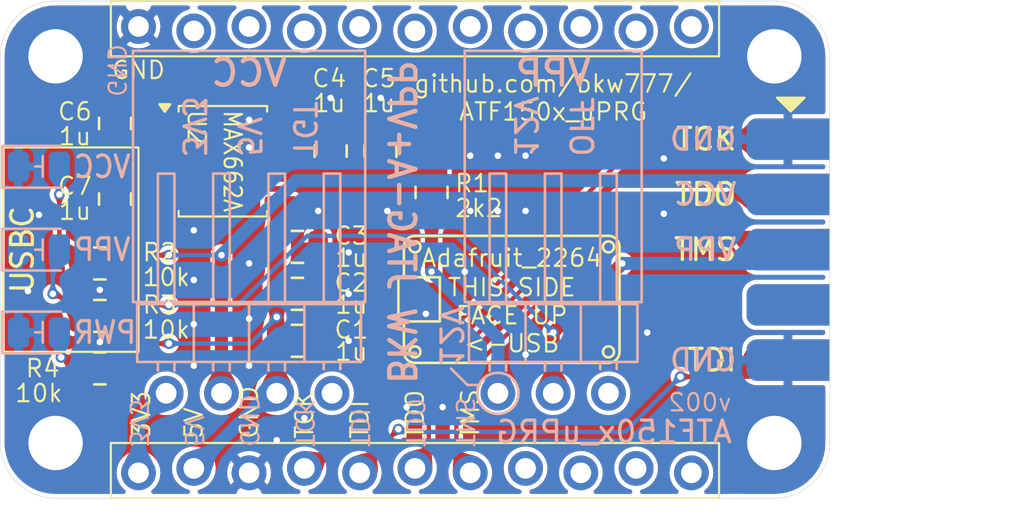
<source format=kicad_pcb>
(kicad_pcb (version 20240108) (generator "pcbnew") (generator_version "8.0")
  (title_block (title "ATF150x_uPRG_j") (date "2024-07-04") (rev "002") (company "Brian K. White") (comment 1 "CC-BY-SA") (comment 2 "github.com/bkw777/ATF150x_uPRG"))
  (layers (0 "F.Cu" signal) (31 "B.Cu" signal) (34 "B.Paste" user) (35 "F.Paste" user) (36 "B.SilkS" user "B.Silkscreen") (37 "F.SilkS" user "F.Silkscreen") (38 "B.Mask" user) (39 "F.Mask" user) (44 "Edge.Cuts" user))
  (net 0 "")
  (net 1 "TCK")
  (net 2 "TDI")
  (net 3 "TDO")
  (net 4 "TMS")
  (net 5 "Net-(C7-Pad1)")
  (net 6 "Net-(C7-Pad2)")
  (net 9 "+5V")
  (net 10 "GND")
  (net 22 "+12V")
  (net 24 "+3V3")
  (net 27 "Net-(JP2-Pad3)")
  (net 28 "Net-(LED1-A)")
  (net 29 "Net-(LED2-A)")
  (net 30 "Net-(LED3-A)")
  (net 31 "VCC")
  (net 32 "Net-(C6-Pad2)")
  (net 33 "Net-(C6-Pad1)")
  (net 34 "VPP")
  (footprint "000_LOCAL:R_0805" (layer "F.Cu") (at 131.572 95.885)
    (property "Reference" "R2" (at 1.905 -0.508 0) (layer "F.SilkS") (effects (font (size 0.8 0.8) (thickness 0.1)) (justify left)))
    (property "Value" "10k" (at 1.905 0.635 0) (layer "F.SilkS") (effects (font (size 0.8 0.8) (thickness 0.1)) (justify left)))
    (fp_line (start -0.261252 -0.735) (end 0.261252 -0.735) (stroke (width 0.12)) (layer "F.SilkS"))
    (fp_line (start -0.261252 0.735) (end 0.261252 0.735) (stroke (width 0.12)) (layer "F.SilkS"))
    (pad "1" smd roundrect (at -0.95 0) (size 0.9 1.45) (layers "F.Cu" "F.Paste" "F.Mask") (net 28 "Net-(LED1-A)"))
    (pad "2" smd roundrect (at 0.95 0) (size 0.9 1.45) (layers "F.Cu" "F.Paste" "F.Mask") (net 31 "VCC"))
  )
  (footprint "000_LOCAL:C_0805" (layer "F.Cu") (at 140.649999 99.441)
    (property "Reference" "C1" (at 2.479001 -0.508 0) (layer "F.SilkS") (effects (font (size 0.8 0.8) (thickness 0.1))))
    (property "Value" "1u" (at 2.479001 0.508 0) (layer "F.SilkS") (effects (font (size 0.8 0.8) (thickness 0.1))))
    (fp_line (start -0.261253 -0.735) (end 0.261253 -0.735) (stroke (width 0.12)) (layer "F.SilkS"))
    (fp_line (start -0.261253 0.735) (end 0.261253 0.735) (stroke (width 0.12)) (layer "F.SilkS"))
    (pad "1" smd roundrect (at -0.949999 0) (size 0.9 1.45) (layers "F.Cu" "F.Paste" "F.Mask") (net 9 "+5V"))
    (pad "2" smd roundrect (at 0.949999 0) (size 0.9 1.45) (layers "F.Cu" "F.Paste" "F.Mask") (net 10 "GND"))
  )
  (footprint "000_LOCAL:Fiducial_0.5_1.0" (layer "F.Cu") (at 160.85 84.6)
    (property "Reference" "REF**" (hide yes))
    (property "Value" "Fiducial_0.5_1.0" (hide yes))
    (pad "" smd circle (at 0 0) (size 0.5 0.5) (layers "F.Cu" "F.Mask") (clearance 0.25))
  )
  (footprint "000_LOCAL:SOIC-8" (layer "F.Cu") (at 137.225 91.186)
    (property "Reference" "U2" (at -1.208 -2.427 -90) (layer "F.SilkS") (effects (font (size 0.8 0.8) (thickness 0.1)) (justify left)))
    (property "Value" "MAX662A" (at 0.443 0 -90) (layer "F.SilkS") (effects (font (size 0.8 0.7) (thickness 0.1))))
    (fp_line (start -2.032 -2.54) (end 2.032 -2.54) (stroke (width 0.1)) (layer "F.SilkS"))
    (fp_line (start -2.032 -2.286) (end -2.032 -2.54) (stroke (width 0.1)) (layer "F.SilkS"))
    (fp_line (start -2.032 2.54) (end -2.032 2.286) (stroke (width 0.1)) (layer "F.SilkS"))
    (fp_line (start 2.032 -2.54) (end 2.032 -2.286) (stroke (width 0.1)) (layer "F.SilkS"))
    (fp_line (start 2.032 2.286) (end 2.032 2.54) (stroke (width 0.1)) (layer "F.SilkS"))
    (fp_line (start 2.032 2.54) (end -2.032 2.54) (stroke (width 0.1)) (layer "F.SilkS"))
    (fp_poly (pts (xy -2.667 -2.286) (xy -2.907 -2.616) (xy -2.427 -2.616) (xy -2.667 -2.286)) (stroke (width 0.12)) (fill solid) (layer "F.SilkS"))
    (pad "1" smd roundrect (at -2.667 -1.905) (size 1.5 0.6) (layers "F.Cu" "F.Paste" "F.Mask") (net 33 "Net-(C6-Pad1)"))
    (pad "2" smd roundrect (at -2.667 -0.635) (size 1.5 0.6) (layers "F.Cu" "F.Paste" "F.Mask") (net 32 "Net-(C6-Pad2)"))
    (pad "3" smd roundrect (at -2.667 0.635) (size 1.5 0.6) (layers "F.Cu" "F.Paste" "F.Mask") (net 5 "Net-(C7-Pad1)"))
    (pad "4" smd roundrect (at -2.667 1.905) (size 1.5 0.6) (layers "F.Cu" "F.Paste" "F.Mask") (net 6 "Net-(C7-Pad2)"))
    (pad "5" smd roundrect (at 2.667 1.905) (size 1.5 0.6) (layers "F.Cu" "F.Paste" "F.Mask") (net 9 "+5V"))
    (pad "6" smd roundrect (at 2.667 0.635) (size 1.5 0.6) (layers "F.Cu" "F.Paste" "F.Mask") (net 22 "+12V"))
    (pad "7" smd roundrect (at 2.667 -0.635) (size 1.5 0.6) (layers "F.Cu" "F.Paste" "F.Mask") (net 10 "GND"))
    (pad "8" smd roundrect (at 2.667 -1.905) (size 1.5 0.6) (layers "F.Cu" "F.Paste" "F.Mask") (net 10 "GND"))
  )
  (footprint "000_LOCAL:Fiducial_0.5_1.0" (layer "F.Cu") (at 131.25 84.6)
    (property "Reference" "REF**" (hide yes))
    (property "Value" "Fiducial_0.5_1.0" (hide yes))
    (pad "" smd circle (at 0 0) (size 0.5 0.5) (layers "F.Cu" "F.Mask") (clearance 0.25))
  )
  (footprint "000_LOCAL:C_0805" (layer "F.Cu") (at 142.177998 90.7186 90)
    (property "Reference" "C4" (at 3.3426 -0.064998 0) (layer "F.SilkS") (effects (font (size 0.8 0.8) (thickness 0.1))))
    (property "Value" "1u" (at 2.1996 -0.064998 0) (layer "F.SilkS") (effects (font (size 0.8 0.8) (thickness 0.1))))
    (fp_line (start -0.261253 -0.735) (end 0.261253 -0.735) (stroke (width 0.12)) (layer "F.SilkS"))
    (fp_line (start -0.261253 0.735) (end 0.261253 0.735) (stroke (width 0.12)) (layer "F.SilkS"))
    (pad "1" smd roundrect (at -0.949999 0 90) (size 0.9 1.45) (layers "F.Cu" "F.Paste" "F.Mask") (net 22 "+12V"))
    (pad "2" smd roundrect (at 0.949999 0 90) (size 0.9 1.45) (layers "F.Cu" "F.Paste" "F.Mask") (net 10 "GND"))
  )
  (footprint "000_LOCAL:IDC-Header_2x05_P2.54mm pcb-edge" (layer "F.Cu") (at 165.09 95.25)
    (property "Reference" "J2" (hide yes))
    (property "Value" "Altera JTAG-A+VPP")
    (fp_poly (pts (xy -1.778 -6.35) (xy -2.413 -6.985) (xy -1.143 -6.985)) (stroke (width 0.1)) (fill solid) (layer "F.SilkS"))
    (pad "1" connect roundrect (at -1.905 -5.08) (size 3.81 1.905) (layers "F.Cu" "F.Mask") (chamfer_ratio 0) (chamfer top_right bottom_right) (net 1 "TCK"))
    (pad "2" connect roundrect (at -1.905 -5.08) (size 3.81 1.905) (layers "B.Cu" "B.Mask") (chamfer_ratio 0) (chamfer top_right bottom_right) (net 10 "GND"))
    (pad "3" connect roundrect (at -1.905 -2.54) (size 3.81 1.905) (layers "F.Cu" "F.Mask") (chamfer_ratio 0) (chamfer top_right bottom_right) (net 3 "TDO"))
    (pad "4" connect roundrect (at -1.905 -2.54) (size 3.81 1.905) (layers "B.Cu" "B.Mask") (chamfer_ratio 0) (chamfer top_right bottom_right) (net 31 "VCC"))
    (pad "5" connect roundrect (at -1.905 0) (size 3.81 1.905) (layers "F.Cu" "F.Mask") (chamfer_ratio 0) (chamfer top_right bottom_right) (net 4 "TMS"))
    (pad "6" connect roundrect (at -1.905 0) (size 3.81 1.905) (layers "B.Cu" "B.Mask") (chamfer_ratio 0) (chamfer top_right bottom_right) (net 34 "VPP"))
    (pad "7" connect roundrect (at -1.905 2.54) (size 3.81 1.905) (layers "F.Cu" "F.Mask") (chamfer_ratio 0) (chamfer top_right bottom_right))
    (pad "8" connect roundrect (at -1.905 2.54) (size 3.81 1.905) (layers "B.Cu" "B.Mask") (chamfer_ratio 0) (chamfer top_right bottom_right))
    (pad "9" connect roundrect (at -1.905 5.08) (size 3.81 1.905) (layers "F.Cu" "F.Mask") (chamfer_ratio 0) (chamfer top_right bottom_right) (net 2 "TDI"))
    (pad "10" connect roundrect (at -1.905 5.08) (size 3.81 1.905) (layers "B.Cu" "B.Mask") (chamfer_ratio 0) (chamfer top_right bottom_right) (net 10 "GND"))
  )
  (footprint "000_LOCAL:R_0805" (layer "F.Cu") (at 146.812 92.618597 90)
    (property "Reference" "R1" (at 0.416597 1.016 0) (layer "F.SilkS") (effects (font (size 0.8 0.8) (thickness 0.1)) (justify left)))
    (property "Value" "2k2" (at -0.726403 1.016 0) (layer "F.SilkS") (effects (font (size 0.8 0.8) (thickness 0.1)) (justify left)))
    (fp_line (start -0.261253 -0.735) (end 0.261253 -0.735) (stroke (width 0.12)) (layer "F.SilkS"))
    (fp_line (start -0.261253 0.735) (end 0.261253 0.735) (stroke (width 0.12)) (layer "F.SilkS"))
    (pad "1" smd roundrect (at -0.949999 0 90) (size 0.9 1.45) (layers "F.Cu" "F.Paste" "F.Mask") (net 27 "Net-(JP2-Pad3)"))
    (pad "2" smd roundrect (at 0.949999 0 90) (size 0.9 1.45) (layers "F.Cu" "F.Paste" "F.Mask") (net 22 "+12V"))
  )
  (footprint "000_LOCAL:Adafruit_2264" (layer "F.Cu") (at 146.05 95.251)
    (property "Reference" "J1" (hide yes))
    (property "Value" "Adafruit_2264" (at 4.445 0.381 0) (layer "F.SilkS") (effects (font (size 0.8 0.8) (thickness 0.1))))
    (fp_rect (start -13.97 -11.43) (end 13.97 -8.89) (stroke (width 0.1)) (fill none) (layer "F.SilkS"))
    (fp_rect (start -13.97 8.89) (end 13.97 11.43) (stroke (width 0.1)) (fill none) (layer "F.SilkS"))
    (fp_line (start -19.05 -8.89) (end -19.05 8.89) (stroke (width 0.0254)) (layer "Edge.Cuts"))
    (fp_line (start -16.51 11.43) (end 16.51 11.43) (stroke (width 0.0254)) (layer "Edge.Cuts"))
    (fp_line (start 16.51 -11.43) (end -16.51 -11.43) (stroke (width 0.0254)) (layer "Edge.Cuts"))
    (fp_line (start 19.05 8.89) (end 19.05 -8.89) (stroke (width 0.0254)) (layer "Edge.Cuts"))
    (fp_arc (start -19.05 -8.89) (mid -18.306051 -10.686051) (end -16.51 -11.43) (stroke (width 0.0254)) (layer "Edge.Cuts"))
    (fp_arc (start -16.51 11.43) (mid -18.306051 10.686051) (end -19.05 8.89) (stroke (width 0.0254)) (layer "Edge.Cuts"))
    (fp_arc (start 16.51 -11.43) (mid 18.306051 -10.686051) (end 19.05 -8.89) (stroke (width 0.0254)) (layer "Edge.Cuts"))
    (fp_arc (start 19.05 8.89) (mid 18.306051 10.686051) (end 16.51 11.43) (stroke (width 0.0254)) (layer "Edge.Cuts"))
    (pad "1" thru_hole circle (at -12.7 10.2616) (size 1.6 1.6) (drill 0.95) (layers "*.Cu" "*.Mask") (net 24 "+3V3"))
    (pad "2" thru_hole circle (at -10.16 10.0584) (size 1.6 1.6) (drill 0.95) (layers "*.Cu" "*.Mask") (net 9 "+5V"))
    (pad "3" thru_hole circle (at -7.62 10.2616) (size 1.6 1.6) (drill 0.95) (layers "*.Cu" "*.Mask") (net 10 "GND"))
    (pad "4" thru_hole circle (at -5.08 10.0584) (size 1.6 1.6) (drill 0.95) (layers "*.Cu" "*.Mask") (net 1 "TCK"))
    (pad "5" thru_hole circle (at -2.54 10.2616) (size 1.6 1.6) (drill 0.95) (layers "*.Cu" "*.Mask") (net 2 "TDI"))
    (pad "6" thru_hole circle (at 0 10.0584) (size 1.6 1.6) (drill 0.95) (layers "*.Cu" "*.Mask") (net 3 "TDO"))
    (pad "7" thru_hole circle (at 2.54 10.2616) (size 1.6 1.6) (drill 0.95) (layers "*.Cu" "*.Mask") (net 4 "TMS"))
    (pad "8" thru_hole circle (at 5.08 10.0584) (size 1.6 1.6) (drill 0.95) (layers "*.Cu" "*.Mask"))
    (pad "9" thru_hole circle (at 7.62 10.2616) (size 1.6 1.6) (drill 0.95) (layers "*.Cu" "*.Mask"))
    (pad "10" thru_hole circle (at 10.16 10.0584) (size 1.6 1.6) (drill 0.95) (layers "*.Cu" "*.Mask"))
    (pad "11" thru_hole circle (at 12.7 10.2616) (size 1.6 1.6) (drill 0.95) (layers "*.Cu" "*.Mask"))
    (pad "12" thru_hole circle (at 12.7 -10.2616) (size 1.6 1.6) (drill 0.95) (layers "*.Cu" "*.Mask"))
    (pad "13" thru_hole circle (at 10.16 -10.0584) (size 1.6 1.6) (drill 0.95) (layers "*.Cu" "*.Mask"))
    (pad "14" thru_hole circle (at 7.62 -10.2616) (size 1.6 1.6) (drill 0.95) (layers "*.Cu" "*.Mask"))
    (pad "15" thru_hole circle (at 5.08 -10.0584) (size 1.6 1.6) (drill 0.95) (layers "*.Cu" "*.Mask"))
    (pad "16" thru_hole circle (at 2.54 -10.2616) (size 1.6 1.6) (drill 0.95) (layers "*.Cu" "*.Mask"))
    (pad "17" thru_hole circle (at 0 -10.0584) (size 1.6 1.6) (drill 0.95) (layers "*.Cu" "*.Mask"))
    (pad "18" thru_hole circle (at -2.54 -10.2616) (size 1.6 1.6) (drill 0.95) (layers "*.Cu" "*.Mask"))
    (pad "19" thru_hole circle (at -5.08 -10.0584) (size 1.6 1.6) (drill 0.95) (layers "*.Cu" "*.Mask"))
    (pad "20" thru_hole circle (at -7.62 -10.2616) (size 1.6 1.6) (drill 0.95) (layers "*.Cu" "*.Mask"))
    (pad "21" thru_hole circle (at -10.16 -10.0584) (size 1.6 1.6) (drill 0.95) (layers "*.Cu" "*.Mask"))
    (pad "22" thru_hole circle (at -12.7 -10.2616) (size 1.6 1.6) (drill 0.95) (layers "*.Cu" "*.Mask") (net 10 "GND"))
    (pad "M" thru_hole circle (at -16.51 -8.89) (size 3.2 3.2) (drill 2.5) (layers "*.Cu" "*.Mask") (net 10 "GND"))
    (pad "M" thru_hole circle (at -16.51 8.89) (size 3.2 3.2) (drill 2.5) (layers "*.Cu" "*.Mask") (net 10 "GND"))
    (pad "M" thru_hole circle (at 16.51 -8.89) (size 3.2 3.2) (drill 2.5) (layers "*.Cu" "*.Mask") (net 10 "GND"))
    (pad "M" thru_hole circle (at 16.51 8.89) (size 3.2 3.2) (drill 2.5) (layers "*.Cu" "*.Mask") (net 10 "GND"))
  )
  (footprint "000_LOCAL:R_0805" (layer "F.Cu") (at 131.572 100.711)
    (property "Reference" "R4" (at -1.778 0 0) (layer "F.SilkS") (effects (font (size 0.8 0.8) (thickness 0.1)) (justify right)))
    (property "Value" "10k" (at -1.651 1.143 0) (layer "F.SilkS") (effects (font (size 0.8 0.8) (thickness 0.1)) (justify right)))
    (fp_line (start -0.261253 -0.735) (end 0.261253 -0.735) (stroke (width 0.12)) (layer "F.SilkS"))
    (fp_line (start -0.261253 0.735) (end 0.261253 0.735) (stroke (width 0.12)) (layer "F.SilkS"))
    (pad "1" smd roundrect (at -0.949999 0) (size 0.9 1.45) (layers "F.Cu" "F.Paste" "F.Mask") (net 30 "Net-(LED3-A)"))
    (pad "2" smd roundrect (at 0.949999 0) (size 0.9 1.45) (layers "F.Cu" "F.Paste" "F.Mask") (net 9 "+5V"))
  )
  (footprint "000_LOCAL:C_0805" (layer "F.Cu") (at 132.271997 89.448602 -90)
    (property "Reference" "C6" (at -0.548602 1.842997 0) (layer "F.SilkS") (effects (font (size 0.8 0.8) (thickness 0.1))))
    (property "Value" "1u" (at 0.594398 1.842997 0) (layer "F.SilkS") (effects (font (size 0.8 0.8) (thickness 0.1))))
    (fp_line (start -0.261253 0.735) (end 0.261253 0.735) (stroke (width 0.12)) (layer "F.SilkS"))
    (fp_line (start -0.261253 -0.735) (end 0.261253 -0.735) (stroke (width 0.12)) (layer "F.SilkS"))
    (pad "1" smd roundrect (at -0.949999 0 270) (size 0.9 1.45) (layers "F.Cu" "F.Paste" "F.Mask") (net 33 "Net-(C6-Pad1)"))
    (pad "2" smd roundrect (at 0.949999 0 270) (size 0.9 1.45) (layers "F.Cu" "F.Paste" "F.Mask") (net 32 "Net-(C6-Pad2)"))
  )
  (footprint "000_LOCAL:C_0805" (layer "F.Cu") (at 132.271997 92.923401 -90)
    (property "Reference" "C7" (at -0.594401 1.842997 0) (layer "F.SilkS") (effects (font (size 0.8 0.8) (thickness 0.1))))
    (property "Value" "1u" (at 0.548599 1.842997 0) (layer "F.SilkS") (effects (font (size 0.8 0.8) (thickness 0.1))))
    (fp_line (start -0.261253 0.735) (end 0.261253 0.735) (stroke (width 0.12)) (layer "F.SilkS"))
    (fp_line (start -0.261253 -0.735) (end 0.261253 -0.735) (stroke (width 0.12)) (layer "F.SilkS"))
    (pad "1" smd roundrect (at -0.949999 0 270) (size 0.9 1.45) (layers "F.Cu" "F.Paste" "F.Mask") (net 5 "Net-(C7-Pad1)"))
    (pad "2" smd roundrect (at 0.949999 0 270) (size 0.9 1.45) (layers "F.Cu" "F.Paste" "F.Mask") (net 6 "Net-(C7-Pad2)"))
  )
  (footprint "000_LOCAL:Fiducial_0.5_1.0" (layer "F.Cu") (at 160.85 105.9)
    (property "Reference" "REF**" (hide yes))
    (property "Value" "Fiducial_0.5_1.0" (hide yes))
    (pad "" smd circle (at 0 0) (size 0.5 0.5) (layers "F.Cu" "F.Mask") (clearance 0.25))
  )
  (footprint "000_LOCAL:C_0805" (layer "F.Cu") (at 144.464998 90.718599 90)
    (property "Reference" "C5" (at 3.342599 -0.064998 0) (layer "F.SilkS") (effects (font (size 0.8 0.8) (thickness 0.1))))
    (property "Value" "1u" (at 2.199599 -0.064998 0) (layer "F.SilkS") (effects (font (size 0.8 0.8) (thickness 0.1))))
    (fp_line (start -0.261253 -0.735) (end 0.261253 -0.735) (stroke (width 0.12)) (layer "F.SilkS"))
    (fp_line (start -0.261253 0.735) (end 0.261253 0.735) (stroke (width 0.12)) (layer "F.SilkS"))
    (pad "1" smd roundrect (at -0.949999 0 90) (size 0.9 1.45) (layers "F.Cu" "F.Paste" "F.Mask") (net 22 "+12V"))
    (pad "2" smd roundrect (at 0.949999 0 90) (size 0.9 1.45) (layers "F.Cu" "F.Paste" "F.Mask") (net 10 "GND"))
  )
  (footprint "000_LOCAL:C_0805" (layer "F.Cu") (at 140.649999 97.282)
    (property "Reference" "C2" (at 2.479001 -0.508 0) (layer "F.SilkS") (effects (font (size 0.8 0.8) (thickness 0.1))))
    (property "Value" "1u" (at 2.479001 0.508 0) (layer "F.SilkS") (effects (font (size 0.8 0.8) (thickness 0.1))))
    (fp_line (start -0.261253 -0.735) (end 0.261253 -0.735) (stroke (width 0.12)) (layer "F.SilkS"))
    (fp_line (start -0.261253 0.735) (end 0.261253 0.735) (stroke (width 0.12)) (layer "F.SilkS"))
    (pad "1" smd roundrect (at -0.949999 0) (size 0.9 1.45) (layers "F.Cu" "F.Paste" "F.Mask") (net 9 "+5V"))
    (pad "2" smd roundrect (at 0.949999 0) (size 0.9 1.45) (layers "F.Cu" "F.Paste" "F.Mask") (net 10 "GND"))
  )
  (footprint "000_LOCAL:C_0805" (layer "F.Cu") (at 140.649999 95.123)
    (property "Reference" "C3" (at 2.479001 -0.508 0) (layer "F.SilkS") (effects (font (size 0.8 0.8) (thickness 0.1))))
    (property "Value" "1u" (at 2.479001 0.508 0) (layer "F.SilkS") (effects (font (size 0.8 0.8) (thickness 0.1))))
    (fp_line (start -0.261253 -0.735) (end 0.261253 -0.735) (stroke (width 0.12)) (layer "F.SilkS"))
    (fp_line (start -0.261253 0.735) (end 0.261253 0.735) (stroke (width 0.12)) (layer "F.SilkS"))
    (pad "1" smd roundrect (at -0.949999 0) (size 0.9 1.45) (layers "F.Cu" "F.Paste" "F.Mask") (net 9 "+5V"))
    (pad "2" smd roundrect (at 0.949999 0) (size 0.9 1.45) (layers "F.Cu" "F.Paste" "F.Mask") (net 10 "GND"))
  )
  (footprint "000_LOCAL:R_0805" (layer "F.Cu") (at 131.572 98.298)
    (property "Reference" "R3" (at 1.905 -0.508 0) (layer "F.SilkS") (effects (font (size 0.8 0.8) (thickness 0.1)) (justify left)))
    (property "Value" "10k" (at 1.905 0.635 0) (layer "F.SilkS") (effects (font (size 0.8 0.8) (thickness 0.1)) (justify left)))
    (fp_line (start -0.261252 -0.735) (end 0.261252 -0.735) (stroke (width 0.12)) (layer "F.SilkS"))
    (fp_line (start -0.261252 0.735) (end 0.261252 0.735) (stroke (width 0.12)) (layer "F.SilkS"))
    (pad "1" smd roundrect (at -0.95 0) (size 0.9 1.45) (layers "F.Cu" "F.Paste" "F.Mask") (net 29 "Net-(LED2-A)"))
    (pad "2" smd roundrect (at 0.95 0) (size 0.9 1.45) (layers "F.Cu" "F.Paste" "F.Mask") (net 34 "VPP"))
  )
  (footprint "000_LOCAL:LED_0805" (layer "B.Cu") (at 128.778 99.06)
    (property "Reference" "LED3" (hide yes))
    (property "Value" "PWR" (at 1.524 0 0) (layer "B.SilkS") (effects (font (size 1 0.9)) (justify right mirror)))
    (fp_line (start -1.685 -0.96) (end -1.685 0.96) (stroke (width 0.12)) (layer "B.SilkS"))
    (fp_line (start -1.685 0.96) (end 1 0.96) (stroke (width 0.12)) (layer "B.SilkS"))
    (fp_line (start 1 -0.96) (end -1.685 -0.96) (stroke (width 0.12)) (layer "B.SilkS"))
    (pad "1" smd roundrect (at -0.9375 0) (size 0.975 1.4) (layers "B.Cu" "B.Paste" "B.Mask") (net 10 "GND"))
    (pad "2" smd roundrect (at 0.9375 0) (size 0.975 1.4) (layers "B.Cu" "B.Paste" "B.Mask") (net 30 "Net-(LED3-A)"))
  )
  (footprint "000_LOCAL:LED_0805" (layer "B.Cu") (at 128.778 95.25)
    (property "Reference" "LED2" (hide yes))
    (property "Value" "VPP" (at 1.524 0 0) (layer "B.SilkS") (effects (font (size 1 0.9)) (justify right mirror)))
    (fp_line (start -1.685 -0.96) (end -1.685 0.96) (stroke (width 0.12)) (layer "B.SilkS"))
    (fp_line (start -1.685 0.96) (end 1 0.96) (stroke (width 0.12)) (layer "B.SilkS"))
    (fp_line (start 1 -0.96) (end -1.685 -0.96) (stroke (width 0.12)) (layer "B.SilkS"))
    (pad "1" smd roundrect (at -0.9375 0) (size 0.975 1.4) (layers "B.Cu" "B.Paste" "B.Mask") (net 10 "GND"))
    (pad "2" smd roundrect (at 0.9375 0) (size 0.975 1.4) (layers "B.Cu" "B.Paste" "B.Mask") (net 29 "Net-(LED2-A)"))
  )
  (footprint "000_LOCAL:LED_0805" (layer "B.Cu") (at 128.778 91.44)
    (property "Reference" "LED1" (hide yes))
    (property "Value" "VCC" (at 1.524 0 0) (layer "B.SilkS") (effects (font (size 1 0.9)) (justify right mirror)))
    (fp_line (start -1.685 -0.96) (end -1.685 0.96) (stroke (width 0.12)) (layer "B.SilkS"))
    (fp_line (start -1.685 0.96) (end 1 0.96) (stroke (width 0.12)) (layer "B.SilkS"))
    (fp_line (start 1 -0.96) (end -1.685 -0.96) (stroke (width 0.12)) (layer "B.SilkS"))
    (pad "1" smd roundrect (at -0.9375 0) (size 0.975 1.4) (layers "B.Cu" "B.Paste" "B.Mask") (net 10 "GND"))
    (pad "2" smd roundrect (at 0.9375 0) (size 0.975 1.4) (layers "B.Cu" "B.Paste" "B.Mask") (net 28 "Net-(LED1-A)"))
  )
  (footprint "000_LOCAL:PinHeader_1x03_P2.54mm_Horizontal" (layer "B.Cu") (at 154.94 101.854 90)
    (property "Reference" "JP2" (hide yes))
    (property "Value" "VPP" (at 14.732 -2.54 0) (layer "B.SilkS") (effects (font (size 1.2 1.2) (thickness 0.2) (bold yes)) (justify mirror)))
    (fp_line (start 4.1 -6.41) (end 1.44 -6.41) (stroke (width 0.12)) (layer "B.SilkS"))
    (fp_line (start 1.44 -6.41) (end 1.44 1.33) (stroke (width 0.12)) (layer "B.SilkS"))
    (fp_line (start 10.1 -5.460001) (end 10.1 -4.699999) (stroke (width 0.12)) (layer "B.SilkS"))
    (fp_line (start 4.1 -5.46) (end 10.1 -5.460001) (stroke (width 0.12)) (layer "B.SilkS"))
    (fp_line (start 1.44 -5.46) (end 1.042929 -5.46) (stroke (width 0.12)) (layer "B.SilkS"))
    (fp_line (start 1.44 -4.7) (end 1.042929 -4.7) (stroke (width 0.12)) (layer "B.SilkS"))
    (fp_line (start 10.1 -4.699999) (end 4.1 -4.7) (stroke (width 0.12)) (layer "B.SilkS"))
    (fp_line (start 4.1 -3.81) (end 1.44 -3.81) (stroke (width 0.12)) (layer "B.SilkS"))
    (fp_line (start 10.1 -2.92) (end 10.1 -2.16) (stroke (width 0.12)) (layer "B.SilkS"))
    (fp_line (start 4.1 -2.92) (end 10.1 -2.92) (stroke (width 0.12)) (layer "B.SilkS"))
    (fp_line (start 1.44 -2.92) (end 1.042929 -2.92) (stroke (width 0.12)) (layer "B.SilkS"))
    (fp_line (start 10.1 -2.16) (end 4.1 -2.16) (stroke (width 0.12)) (layer "B.SilkS"))
    (fp_line (start 1.44 -2.16) (end 1.042929 -2.16) (stroke (width 0.12)) (layer "B.SilkS"))
    (fp_line (start 4.1 -1.27) (end 1.44 -1.27) (stroke (width 0.12)) (layer "B.SilkS"))
    (fp_line (start 10.1 -0.38) (end 10.1 0.38) (stroke (width 0.12)) (layer "B.SilkS"))
    (fp_line (start 4.1 -0.38) (end 10.1 -0.38) (stroke (width 0.12)) (layer "B.SilkS"))
    (fp_line (start 1.44 -0.38) (end 1.11 -0.38) (stroke (width 0.12)) (layer "B.SilkS"))
    (fp_line (start 10.1 0.38) (end 4.1 0.38) (stroke (width 0.12)) (layer "B.SilkS"))
    (fp_line (start 1.44 0.38) (end 1.11 0.38) (stroke (width 0.12)) (layer "B.SilkS"))
    (fp_line (start 4.1 1.33) (end 4.1 -6.41) (stroke (width 0.12)) (layer "B.SilkS"))
    (fp_line (start 1.44 1.33) (end 4.1 1.33) (stroke (width 0.12)) (layer "B.SilkS"))
    (pad "1" thru_hole circle (at 0 0 90) (size 1.6 1.6) (drill 0.95) (layers "*.Cu" "*.Mask"))
    (pad "2" thru_hole circle (at 0 -2.54 90) (size 1.6 1.6) (drill 0.95) (layers "*.Cu" "*.Mask") (net 34 "VPP"))
    (pad "3" thru_hole circle (at 0 -5.079999 90) (size 1.6 1.6) (drill 0.95) (layers "*.Cu" "*.Mask") (net 27 "Net-(JP2-Pad3)"))
  )
  (footprint "000_LOCAL:PinHeader_1x04_P2.54mm_Horizontal" (layer "B.Cu") (at 142.24 101.854 90)
    (property "Reference" "JP1" (hide yes))
    (property "Value" "VCC" (at 14.732 -3.81 0) (layer "B.SilkS") (effects (font (size 1.2 1.2) (thickness 0.2) (bold yes)) (justify mirror)))
    (fp_line (start 4.1 -8.95) (end 1.44 -8.95) (stroke (width 0.12)) (layer "B.SilkS"))
    (fp_line (start 1.44 -8.95) (end 1.44 1.33) (stroke (width 0.12)) (layer "B.SilkS"))
    (fp_line (start 10.1 -8) (end 10.1 -7.240001) (stroke (width 0.12)) (layer "B.SilkS"))
    (fp_line (start 4.1 -8) (end 10.1 -8) (stroke (width 0.12)) (layer "B.SilkS"))
    (fp_line (start 1.44 -8) (end 1.042929 -8) (stroke (width 0.12)) (layer "B.SilkS"))
    (fp_line (start 10.1 -7.240001) (end 4.1 -7.24) (stroke (width 0.12)) (layer "B.SilkS"))
    (fp_line (start 1.44 -7.24) (end 1.042929 -7.24) (stroke (width 0.12)) (layer "B.SilkS"))
    (fp_line (start 4.1 -6.35) (end 1.44 -6.35) (stroke (width 0.12)) (layer "B.SilkS"))
    (fp_line (start 10.1 -5.460001) (end 10.1 -4.699999) (stroke (width 0.12)) (layer "B.SilkS"))
    (fp_line (start 4.1 -5.46) (end 10.1 -5.460001) (stroke (width 0.12)) (layer "B.SilkS"))
    (fp_line (start 1.44 -5.46) (end 1.042929 -5.46) (stroke (width 0.12)) (layer "B.SilkS"))
    (fp_line (start 1.44 -4.7) (end 1.042929 -4.7) (stroke (width 0.12)) (layer "B.SilkS"))
    (fp_line (start 10.1 -4.699999) (end 4.1 -4.7) (stroke (width 0.12)) (layer "B.SilkS"))
    (fp_line (start 4.1 -3.81) (end 1.44 -3.81) (stroke (width 0.12)) (layer "B.SilkS"))
    (fp_line (start 10.1 -2.92) (end 10.1 -2.16) (stroke (width 0.12)) (layer "B.SilkS"))
    (fp_line (start 4.1 -2.92) (end 10.1 -2.92) (stroke (width 0.12)) (layer "B.SilkS"))
    (fp_line (start 1.44 -2.92) (end 1.042929 -2.92) (stroke (width 0.12)) (layer "B.SilkS"))
    (fp_line (start 10.1 -2.16) (end 4.1 -2.16) (stroke (width 0.12)) (layer "B.SilkS"))
    (fp_line (start 1.44 -2.16) (end 1.042929 -2.16) (stroke (width 0.12)) (layer "B.SilkS"))
    (fp_line (start 4.1 -1.27) (end 1.44 -1.27) (stroke (width 0.12)) (layer "B.SilkS"))
    (fp_line (start 10.1 -0.38) (end 10.1 0.38) (stroke (width 0.12)) (layer "B.SilkS"))
    (fp_line (start 4.1 -0.38) (end 10.1 -0.38) (stroke (width 0.12)) (layer "B.SilkS"))
    (fp_line (start 1.44 -0.38) (end 1.11 -0.38) (stroke (width 0.12)) (layer "B.SilkS"))
    (fp_line (start 10.1 0.38) (end 4.1 0.38) (stroke (width 0.12)) (layer "B.SilkS"))
    (fp_line (start 1.44 0.38) (end 1.11 0.38) (stroke (width 0.12)) (layer "B.SilkS"))
    (fp_line (start 4.1 1.33) (end 4.1 -8.95) (stroke (width 0.12)) (layer "B.SilkS"))
    (fp_line (start 1.44 1.33) (end 4.1 1.33) (stroke (width 0.12)) (layer "B.SilkS"))
    (pad "1" thru_hole circle (at 0 0 90) (size 1.6 1.6) (drill 0.95) (layers "*.Cu" "*.Mask"))
    (pad "2" thru_hole circle (at 0 -2.54 90) (size 1.6 1.6) (drill 0.95) (layers "*.Cu" "*.Mask") (net 9 "+5V"))
    (pad "3" thru_hole circle (at 0 -5.079999 90) (size 1.6 1.6) (drill 0.95) (layers "*.Cu" "*.Mask") (net 31 "VCC"))
    (pad "4" thru_hole circle (at 0 -7.62 90) (size 1.6 1.6) (drill 0.95) (layers "*.Cu" "*.Mask") (net 24 "+3V3"))
  )
  (gr_line (start 128.95 94.775) (end 128.95 95.725) (stroke (width 0.12)) (layer "B.SilkS"))
  (gr_line (start 128.95 98.575) (end 128.95 99.525) (stroke (width 0.12)) (layer "B.SilkS"))
  (gr_rect (start 133.096 86.106) (end 143.764 97.663) (stroke (width 0.12)) (fill none) (layer "B.SilkS"))
  (gr_line (start 148.971 101.473) (end 148.463 101.473) (stroke (width 0.12)) (layer "B.SilkS"))
  (gr_line (start 128.95 99.05) (end 128.6 99.05) (stroke (width 0.12)) (layer "B.SilkS"))
  (gr_line (start 147.701 100.711) (end 148.463 101.473) (stroke (width 0.12)) (layer "B.SilkS"))
  (gr_line (start 128.95 91.425) (end 128.6 91.425) (stroke (width 0.12)) (layer "B.SilkS"))
  (gr_rect (start 148.336 86.106) (end 156.464 97.663) (stroke (width 0.12)) (fill none) (layer "B.SilkS"))
  (gr_line (start 128.95 90.95) (end 128.95 91.9) (stroke (width 0.12)) (layer "B.SilkS"))
  (gr_line (start 128.95 95.25) (end 128.6 95.25) (stroke (width 0.12)) (layer "B.SilkS"))
  (gr_circle (center 149.86 101.854) (end 148.9202 101.854) (stroke (width 0.12)) (fill none) (layer "B.SilkS"))
  (gr_circle (center 154.94 95.123) (end 154.94 94.869) (stroke (width 0.12)) (fill none) (layer "F.SilkS"))
  (gr_arc (start 146.05 100.457) (mid 145.69079 100.30821) (end 145.542 99.949) (stroke (width 0.12)) (layer "F.SilkS"))
  (gr_rect (start 145.288 96.52) (end 147.193 98.552) (stroke (width 0.12)) (fill none) (layer "F.SilkS"))
  (gr_rect (start 127.127 90.551) (end 133.35 99.949) (stroke (width 0.1)) (fill none) (layer "F.SilkS"))
  (gr_arc (start 154.94 94.615) (mid 155.29921 94.76379) (end 155.448 95.123) (stroke (width 0.12)) (layer "F.SilkS"))
  (gr_circle (center 154.94 99.949) (end 154.94 99.695) (stroke (width 0.12)) (fill none) (layer "F.SilkS"))
  (gr_line (start 145.542 98.552) (end 145.542 99.949) (stroke (width 0.12)) (layer "F.SilkS"))
  (gr_arc (start 155.448 99.949) (mid 155.29921 100.30821) (end 154.94 100.457) (stroke (width 0.12)) (layer "F.SilkS"))
  (gr_line (start 154.94 94.615) (end 146.05 94.615) (stroke (width 0.12)) (layer "F.SilkS"))
  (gr_arc (start 145.542 95.123) (mid 145.69079 94.76379) (end 146.05 94.615) (stroke (width 0.12)) (layer "F.SilkS"))
  (gr_line (start 155.448 99.949) (end 155.448 95.123) (stroke (width 0.12)) (layer "F.SilkS"))
  (gr_line (start 146.05 100.457) (end 154.94 100.457) (stroke (width 0.12)) (layer "F.SilkS"))
  (gr_circle (center 146.05 95.123) (end 146.05 94.869) (stroke (width 0.12)) (fill none) (layer "F.SilkS"))
  (gr_line (start 145.542 95.123) (end 145.542 96.52) (stroke (width 0.12)) (layer "F.SilkS"))
  (gr_circle (center 146.05 99.949) (end 146.05 99.695) (stroke (width 0.12)) (fill none) (layer "F.SilkS"))
  (gr_text "GND" (at 132.334 85.725 270) (layer "B.SilkS") (effects (font (size 0.8 0.8) (thickness 0.1)) (justify right mirror)))
  (gr_text "3V3" (at 133.35 104.394 270) (layer "B.SilkS") (effects (font (size 0.8 0.8) (thickness 0.1)) (justify left mirror)))
  (gr_text "12V" (at 147.701 100.711 -90) (layer "B.SilkS") (effects (font (size 1 1)) (justify left mirror)))
  (gr_text "12V" (at 151.13 91.059 270) (layer "B.SilkS") (effects (font (size 1 1)) (justify left mirror)))
  (gr_text "GND" (at 160.909 100.33 0) (layer "B.SilkS") (effects (font (size 1 1)) (justify left mirror)))
  (gr_text "5V" (at 135.89 104.394 270) (layer "B.SilkS") (effects (font (size 0.8 0.8) (thickness 0.1)) (justify left mirror)))
  (gr_text "OFF" (at 153.67 91.059 270) (layer "B.SilkS") (effects (font (size 1 1)) (justify left mirror)))
  (gr_text "TMS" (at 148.336 104.394 270) (layer "B.SilkS") (effects (font (size 0.8 0.8) (thickness 0.1)) (justify left mirror)))
  (gr_text "TDI" (at 143.51 104.394 270) (layer "B.SilkS") (effects (font (size 0.8 0.8) (thickness 0.1)) (justify left mirror)))
  (gr_text "TDO" (at 146.05 104.394 270) (layer "B.SilkS") (effects (font (size 0.8 0.8) (thickness 0.1)) (justify left mirror)))
  (gr_text "TGT" (at 140.97 91.059 270) (layer "B.SilkS") (effects (font (size 1 1)) (justify left mirror)))
  (gr_text "5V" (at 138.43 91.059 270) (layer "B.SilkS") (effects (font (size 1 1)) (justify left mirror)))
  (gr_text "GND" (at 160.909 90.17 0) (layer "B.SilkS") (effects (font (size 1 1)) (justify left mirror)))
  (gr_text "ATF150x_uPRG" (at 155.194 103.632 0) (layer "B.SilkS") (effects (font (size 1 1)) (justify mirror)))
  (gr_text "3V3" (at 135.89 91.059 270) (layer "B.SilkS") (effects (font (size 1 1)) (justify left mirror)))
  (gr_text "VPP" (at 160.909 95.25 0) (layer "B.SilkS") (effects (font (size 1 1)) (justify left mirror)))
  (gr_text "GND" (at 138.43 104.394 270) (layer "B.SilkS") (effects (font (size 0.8 0.8) (thickness 0.1)) (justify left mirror)))
  (gr_text "VCC" (at 160.909 92.71 0) (layer "B.SilkS") (effects (font (size 1 1)) (justify left mirror)))
  (gr_text "TCK" (at 140.97 104.394 270) (layer "B.SilkS") (effects (font (size 0.8 0.8) (thickness 0.1)) (justify left mirror)))
  (gr_text "v${REVISION}" (at 160.655 102.743 0) (layer "B.SilkS") (effects (font (size 0.8 0.8) (thickness 0.1)) (justify left bottom mirror)))
  (gr_text "BKW JTAG-A+VPP" (at 145.415 93.98 270) (layer "B.SilkS") (effects (font (size 1.2 1.1) (thickness 0.2) (bold yes)) (justify mirror)))
  (gr_text "THIS SIDE\nFACE UP\n<-USB" (at 150.495 96.52 0) (layer "F.SilkS") (effects (font (size 0.8 0.8) (thickness 0.1)) (justify top)))
  (gr_text "5V" (at 135.89 104.013 90) (layer "F.SilkS") (effects (font (size 0.8 0.8) (thickness 0.1)) (justify left)))
  (gr_text "TDO" (at 146.05 104.013 90) (layer "F.SilkS") (effects (font (size 0.8 0.8) (thickness 0.1)) (justify left)))
  (gr_text "github.com/bkw777/\nATF150x_uPRG" (at 152.4 88.265 0) (layer "F.SilkS") (effects (font (size 0.8 0.8) (thickness 0.1))))
  (gr_text "GND" (at 133.35 86.995 0) (layer "F.SilkS") (effects (font (size 0.8 0.8) (thickness 0.1))))
  (gr_text "TCK" (at 140.97 104.013 90) (layer "F.SilkS") (effects (font (size 0.8 0.8) (thickness 0.1)) (justify left)))
  (gr_text "USBC" (at 128.016 95.25 90) (layer "F.SilkS") (effects (font (size 1 1))))
  (gr_text "TDO" (at 160.909 92.71 0) (layer "F.SilkS") (effects (font (size 1 1)) (justify right)))
  (gr_text "TMS" (at 160.909 95.25 0) (layer "F.SilkS") (effects (font (size 1 1)) (justify right)))
  (gr_text "3V3" (at 133.477 104.013 90) (layer "F.SilkS") (effects (font (size 0.8 0.8) (thickness 0.1)) (justify left)))
  (gr_text "TCK" (at 160.909 90.17 0) (layer "F.SilkS") (effects (font (size 1 1)) (justify right)))
  (gr_text "GND" (at 138.43 104.013 90) (layer "F.SilkS") (effects (font (size 0.8 0.8) (thickness 0.1)) (justify left)))
  (gr_text "TDI" (at 143.51 104.013 90) (layer "F.SilkS") (effects (font (size 0.8 0.8) (thickness 0.1)) (justify left)))
  (gr_text "TDI" (at 160.909 100.33 0) (layer "F.SilkS") (effects (font (size 1 1)) (justify right)))
  (gr_text "TMS" (at 148.59 104.013 90) (layer "F.SilkS") (effects (font (size 0.8 0.8) (thickness 0.1)) (justify left)))
  (segment (start 141.3416 105.3084) (end 140.97 105.3084) (width 0.2) (layer "F.Cu") (net 1))
  (segment (start 156.48 90.17) (end 141.3416 105.3084) (width 0.2) (layer "F.Cu") (net 1))
  (segment (start 163.185 90.17) (end 156.48 90.17) (width 0.2) (layer "F.Cu") (net 1))
  (segment (start 162.423 101.092) (end 163.185 100.33) (width 0.2) (layer "F.Cu") (net 2))
  (segment (start 145.288 103.505) (end 143.51 105.283) (width 0.2) (layer "F.Cu") (net 2))
  (segment (start 143.51 105.283) (end 143.51 105.5116) (width 0.2) (layer "F.Cu") (net 2))
  (segment (start 158.242 101.092) (end 162.423 101.092) (width 0.2) (layer "F.Cu") (net 2))
  (via (at 145.288 103.505) (size 0.5) (drill 0.3) (layers "F.Cu" "B.Cu") (net 2))
  (via (at 158.242 101.092) (size 0.5) (drill 0.3) (layers "F.Cu" "B.Cu") (net 2))
  (segment (start 158.242 101.092) (end 155.702 103.632) (width 0.2) (layer "B.Cu") (net 2))
  (segment (start 145.415 103.632) (end 145.288 103.505) (width 0.2) (layer "B.Cu") (net 2))
  (segment (start 155.702 103.632) (end 145.415 103.632) (width 0.2) (layer "B.Cu") (net 2))
  (segment (start 146.685 104.6734) (end 146.05 105.3084) (width 0.2) (layer "F.Cu") (net 3))
  (segment (start 146.685 101.365) (end 146.685 104.6734) (width 0.2) (layer "F.Cu") (net 3))
  (segment (start 163.185 92.71) (end 155.34 92.71) (width 0.2) (layer "F.Cu") (net 3))
  (segment (start 155.34 92.71) (end 146.685 101.365) (width 0.2) (layer "F.Cu") (net 3))
  (segment (start 162.423 94.488) (end 154.94 94.488) (width 0.2) (layer "F.Cu") (net 4))
  (segment (start 147.955 101.473) (end 147.955 104.8776) (width 0.2) (layer "F.Cu") (net 4))
  (segment (start 147.955 104.8776) (end 148.59 105.5126) (width 0.2) (layer "F.Cu") (net 4))
  (segment (start 154.94 94.488) (end 147.955 101.473) (width 0.2) (layer "F.Cu") (net 4))
  (segment (start 163.185 95.25) (end 162.423 94.488) (width 0.2) (layer "F.Cu") (net 4))
  (segment (start 134.749999 91.821) (end 132.424397 91.820999) (width 0.6) (layer "F.Cu") (net 5))
  (segment (start 132.424397 91.820999) (end 132.271997 91.973399) (width 0.6) (layer "F.Cu") (net 5))
  (segment (start 132.419397 93.726002) (end 132.271997 93.873399) (width 0.6) (layer "F.Cu") (net 6))
  (segment (start 134.749998 93.091) (end 133.922998 93.091001) (width 0.6) (layer "F.Cu") (net 6))
  (segment (start 133.922998 93.091001) (end 133.287997 93.726002) (width 0.6) (layer "F.Cu") (net 6))
  (segment (start 133.287997 93.726002) (end 132.419397 93.726002) (width 0.6) (layer "F.Cu") (net 6))
  (segment (start 139.7 97.282) (end 139.7 95.123) (width 0.6) (layer "F.Cu") (net 9))
  (segment (start 139.7 98.3488) (end 139.7 97.282) (width 0.6) (layer "F.Cu") (net 9))
  (segment (start 139.7 93.283) (end 139.892 93.091) (width 0.6) (layer "F.Cu") (net 9))
  (segment (start 139.7 95.123) (end 139.7 93.283) (width 0.6) (layer "F.Cu") (net 9))
  (segment (start 139.7 99.441) (end 139.7 98.3488) (width 0.6) (layer "F.Cu") (net 9))
  (segment (start 132.521999 100.203) (end 132.521999 100.711) (width 0.2) (layer "F.Cu") (net 9))
  (segment (start 134.747 99.568) (end 134.0485 99.568) (width 0.2) (layer "F.Cu") (net 9))
  (segment (start 139.7 101.854) (end 139.7 99.441) (width 0.6) (layer "F.Cu") (net 9))
  (segment (start 133.4135 100.203) (end 132.521999 100.203) (width 0.2) (layer "F.Cu") (net 9))
  (segment (start 134.0485 99.568) (end 133.4135 100.203) (width 0.2) (layer "F.Cu") (net 9))
  (via (at 134.747 99.568) (size 0.5) (drill 0.3) (layers "F.Cu" "B.Cu") (net 9))
  (via (at 139.7 98.3488) (size 0.5) (drill 0.3) (layers "F.Cu" "B.Cu") (net 9))
  (segment (start 138.4808 99.568) (end 139.7 98.3488) (width 0.2) (layer "B.Cu") (net 9))
  (segment (start 135.89 105.3084) (end 135.891 105.3084) (width 0.6) (layer "B.Cu") (net 9))
  (segment (start 134.747 99.568) (end 138.4808 99.568) (width 0.2) (layer "B.Cu") (net 9))
  (segment (start 135.891 105.3084) (end 139.3454 101.854) (width 0.6) (layer "B.Cu") (net 9))
  (segment (start 139.3454 101.854) (end 139.7 101.854) (width 0.6) (layer "B.Cu") (net 9))
  (via (at 149.86 90.932) (size 0.5) (drill 0.3) (layers "F.Cu" "B.Cu") (net 10))
  (via (at 151.13 90.932) (size 0.5) (drill 0.3) (layers "F.Cu" "B.Cu") (net 10))
  (via (at 145.669 102.489) (size 0.5) (drill 0.3) (layers "F.Cu" "B.Cu") (net 10))
  (via (at 143.002 99.441) (size 0.5) (drill 0.3) (layers "F.Cu" "B.Cu") (net 10))
  (via (at 143.002 97.282) (size 0.5) (drill 0.3) (layers "F.Cu" "B.Cu") (net 10))
  (via (at 149.86 93.472) (size 0.5) (drill 0.3) (layers "F.Cu" "B.Cu") (net 10))
  (via (at 140.97 102.997) (size 0.5) (drill 0.3) (layers "F.Cu" "B.Cu") (net 10))
  (via (at 151.13 100.076) (size 0.5) (drill 0.3) (layers "F.Cu" "B.Cu") (net 10))
  (via (at 144.475 88.275) (size 0.5) (drill 0.3) (layers "F.Cu" "B.Cu") (net 10))
  (via (at 139.7 104.013) (size 0.5) (drill 0.3) (layers "F.Cu" "B.Cu") (net 10))
  (via (at 138.43 100.584) (size 0.5) (drill 0.3) (layers "F.Cu" "B.Cu") (net 10))
  (via (at 157.48 91.059) (size 0.5) (drill 0.3) (layers "F.Cu" "B.Cu") (net 10))
  (via (at 131.572 99.5) (size 0.5) (drill 0.3) (layers "F.Cu" "B.Cu") (net 10))
  (via (at 128.778 93.65) (size 0.5) (drill 0.3) (layers "F.Cu" "B.Cu") (net 10))
  (via (at 135.89 94.361) (size 0.5) (drill 0.3) (layers "F.Cu" "B.Cu") (net 10))
  (via (at 156.718 99.06) (size 0.5) (drill 0.3) (layers "F.Cu" "B.Cu") (net 10))
  (via (at 141.605 93.472) (size 0.5) (drill 0.3) (layers "F.Cu" "B.Cu") (net 10))
  (via (at 131.572 97.1) (size 0.5) (drill 0.3) (layers "F.Cu" "B.Cu") (net 10))
  (via (at 143.002 95.377) (size 0.5) (drill 0.3) (layers "F.Cu" "B.Cu") (net 10))
  (via (at 135.89 96.647) (size 0.5) (drill 0.3) (layers "F.Cu" "B.Cu") (net 10))
  (via (at 146.55 98.2) (size 0.5) (drill 0.3) (layers "F.Cu" "B.Cu") (net 10))
  (via (at 148.59 93.472) (size 0.5) (drill 0.3) (layers "F.Cu" "B.Cu") (net 10))
  (via (at 138.43 95.885) (size 0.5) (drill 0.3) (layers "F.Cu" "B.Cu") (net 10))
  (via (at 157.48 93.599) (size 0.5) (drill 0.3) (layers "F.Cu" "B.Cu") (net 10))
  (via (at 138.43 90.551) (size 0.5) (drill 0.3) (layers "F.Cu" "B.Cu") (net 10))
  (via (at 151.13 93.472) (size 0.5) (drill 0.3) (layers "F.Cu" "B.Cu") (net 10))
  (via (at 135.89 98.679) (size 0.5) (drill 0.3) (layers "F.Cu" "B.Cu") (net 10))
  (via (at 144.78 93.472) (size 0.5) (drill 0.3) (layers "F.Cu" "B.Cu") (net 10))
  (via (at 138.43 89.281) (size 0.5) (drill 0.3) (layers "F.Cu" "B.Cu") (net 10))
  (via (at 128.27 97.155) (size 0.5) (drill 0.3) (layers "F.Cu" "B.Cu") (net 10))
  (via (at 148.336 96.266) (size 0.5) (drill 0.3) (layers "F.Cu" "B.Cu") (net 10))
  (via (at 148.59 90.932) (size 0.5) (drill 0.3) (layers "F.Cu" "B.Cu") (net 10))
  (via (at 147.32 102.489) (size 0.5) (drill 0.3) (layers "F.Cu" "B.Cu") (net 10))
  (via (at 135.89 100.584) (size 0.5) (drill 0.3) (layers "F.Cu" "B.Cu") (net 10))
  (via (at 142.175 88.275) (size 0.5) (drill 0.3) (layers "F.Cu" "B.Cu") (net 10))
  (via (at 138.43 98.425) (size 0.5) (drill 0.3) (layers "F.Cu" "B.Cu") (net 10))
  (segment (start 144.464998 91.668598) (end 146.812 91.668598) (width 0.6) (layer "F.Cu") (net 22))
  (segment (start 139.699998 91.821) (end 142.0256 91.821) (width 0.6) (layer "F.Cu") (net 22))
  (segment (start 142.177998 91.668599) (end 144.463997 91.668599) (width 0.6) (layer "F.Cu") (net 22))
  (segment (start 142.0256 91.821) (end 142.177998 91.668601) (width 0.6) (layer "F.Cu") (net 22))
  (segment (start 133.35 103.124) (end 134.62 101.854) (width 0.6) (layer "B.Cu") (net 24))
  (segment (start 133.35 105.5116) (end 133.35 103.124) (width 0.6) (layer "B.Cu") (net 24))
  (segment (start 146.812 96.266) (end 146.812 93.568596) (width 0.6) (layer "F.Cu") (net 27))
  (via (at 146.812 96.266) (size 0.5) (drill 0.3) (layers "F.Cu" "B.Cu") (net 27))
  (segment (start 149.860001 99.314001) (end 149.860001 101.854) (width 0.6) (layer "B.Cu") (net 27))
  (segment (start 146.812 96.266) (end 149.860001 99.314001) (width 0.6) (layer "B.Cu") (net 27))
  (segment (start 130.622 95.622) (end 129.7155 94.7155) (width 0.2) (layer "F.Cu") (net 28))
  (segment (start 129.7155 94.7155) (end 129.7155 92.71) (width 0.2) (layer "F.Cu") (net 28))
  (segment (start 130.622 95.885) (end 130.622 95.622) (width 0.2) (layer "F.Cu") (net 28))
  (via (at 129.7155 92.71) (size 0.5) (drill 0.3) (layers "F.Cu" "B.Cu") (net 28))
  (segment (start 129.7155 92.71) (end 129.7155 91.44) (width 0.2) (layer "B.Cu") (net 28))
  (segment (start 129.9972 97.663) (end 130.2715 97.663) (width 0.2) (layer "F.Cu") (net 29))
  (segment (start 130.2715 97.663) (end 130.622 98.0135) (width 0.2) (layer "F.Cu") (net 29))
  (segment (start 130.622 98.0135) (end 130.622 98.298) (width 0.2) (layer "F.Cu") (net 29))
  (segment (start 129.413 97.282) (end 129.6162 97.282) (width 0.2) (layer "F.Cu") (net 29))
  (segment (start 129.6162 97.282) (end 129.9972 97.663) (width 0.2) (layer "F.Cu") (net 29))
  (via (at 129.413 97.282) (size 0.5) (drill 0.3) (layers "F.Cu" "B.Cu") (net 29))
  (segment (start 129.413 97.282) (end 129.413 95.5525) (width 0.2) (layer "B.Cu") (net 29))
  (segment (start 129.413 95.5525) (end 129.7155 95.25) (width 0.2) (layer "B.Cu") (net 29))
  (segment (start 129.794 100.203) (end 130.622001 100.203) (width 0.2) (layer "F.Cu") (net 30))
  (segment (start 130.622001 100.203) (end 130.622001 100.711) (width 0.2) (layer "F.Cu") (net 30))
  (via (at 129.794 100.203) (size 0.5) (drill 0.3) (layers "F.Cu" "B.Cu") (net 30))
  (segment (start 129.794 100.203) (end 129.794 99.1385) (width 0.2) (layer "B.Cu") (net 30))
  (segment (start 129.794 99.1385) (end 129.7155 99.06) (width 0.2) (layer "B.Cu") (net 30))
  (segment (start 137.160001 95.504) (end 137.160001 101.854) (width 0.6) (layer "F.Cu") (net 31))
  (segment (start 137.160001 96.392999) (end 137.160001 95.504) (width 0.6) (layer "F.Cu") (net 31))
  (segment (start 132.903 95.504) (end 132.522 95.885) (width 0.2) (layer "F.Cu") (net 31))
  (segment (start 134.747 95.504) (end 132.903 95.504) (width 0.2) (layer "F.Cu") (net 31))
  (via (at 137.160001 95.504) (size 0.5) (drill 0.3) (layers "F.Cu" "B.Cu") (net 31))
  (via (at 134.747 95.504) (size 0.5) (drill 0.3) (layers "F.Cu" "B.Cu") (net 31))
  (segment (start 134.747 95.504) (end 137.160001 95.504) (width 0.2) (layer "B.Cu") (net 31))
  (segment (start 163.185 92.71) (end 162.55 92.075) (width 0.6) (layer "B.Cu") (net 31))
  (segment (start 140.589001 92.075) (end 137.160001 95.504) (width 0.6) (layer "B.Cu") (net 31))
  (segment (start 162.55 92.075) (end 140.589001 92.075) (width 0.6) (layer "B.Cu") (net 31))
  (segment (start 134.749999 90.551001) (end 132.424399 90.551) (width 0.6) (layer "F.Cu") (net 32))
  (segment (start 132.424399 90.551) (end 132.271997 90.3986) (width 0.6) (layer "F.Cu") (net 32))
  (segment (start 132.470196 88.646) (end 132.271997 88.447804) (width 0.6) (layer "F.Cu") (net 33))
  (segment (start 134.749997 89.281) (end 133.922998 89.281002) (width 0.6) (layer "F.Cu") (net 33))
  (segment (start 133.922998 89.281002) (end 133.287997 88.646001) (width 0.6) (layer "F.Cu") (net 33))
  (segment (start 133.287997 88.646001) (end 132.470196 88.646) (width 0.6) (layer "F.Cu") (net 33))
  (segment (start 152.4 99.06) (end 152.4 101.854) (width 0.6) (layer "F.Cu") (net 34))
  (segment (start 132.522 97.79) (end 132.522 98.298) (width 0.2) (layer "F.Cu") (net 34))
  (segment (start 155.575 95.885) (end 152.4 99.06) (width 0.6) (layer "F.Cu") (net 34))
  (segment (start 134.747 97.79) (end 132.522 97.79) (width 0.2) (layer "F.Cu") (net 34))
  (via (at 152.4 99.06) (size 0.5) (drill 0.3) (layers "F.Cu" "B.Cu") (net 34))
  (via (at 155.575 95.885) (size 0.5) (drill 0.3) (layers "F.Cu" "B.Cu") (net 34))
  (via (at 134.747 97.79) (size 0.5) (drill 0.3) (layers "F.Cu" "B.Cu") (net 34))
  (segment (start 147.955 94.615) (end 141.097 94.615) (width 0.2) (layer "B.Cu") (net 34))
  (segment (start 137.922 97.79) (end 134.747 97.79) (width 0.2) (layer "B.Cu") (net 34))
  (segment (start 162.55 95.885) (end 163.185 95.25) (width 0.6) (layer "B.Cu") (net 34))
  (segment (start 152.4 99.06) (end 147.955 94.615) (width 0.2) (layer "B.Cu") (net 34))
  (segment (start 155.575 95.885) (end 162.55 95.885) (width 0.6) (layer "B.Cu") (net 34))
  (segment (start 141.097 94.615) (end 137.922 97.79) (width 0.2) (layer "B.Cu") (net 34))
  (zone (net 10) (net_name "GND") (layers "F&B.Cu") (connect_pads (clearance 0.2032)) (min_thickness 0.2032) (fill yes (thermal_gap 0.2032) (thermal_bridge_width 0.4064) (smoothing fillet) (radius 0.1016))
    (polygon (pts (xy 165.1 106.68) (xy 127 106.68) (xy 127 83.82) (xy 165.1 83.82)))
  )
)
</source>
